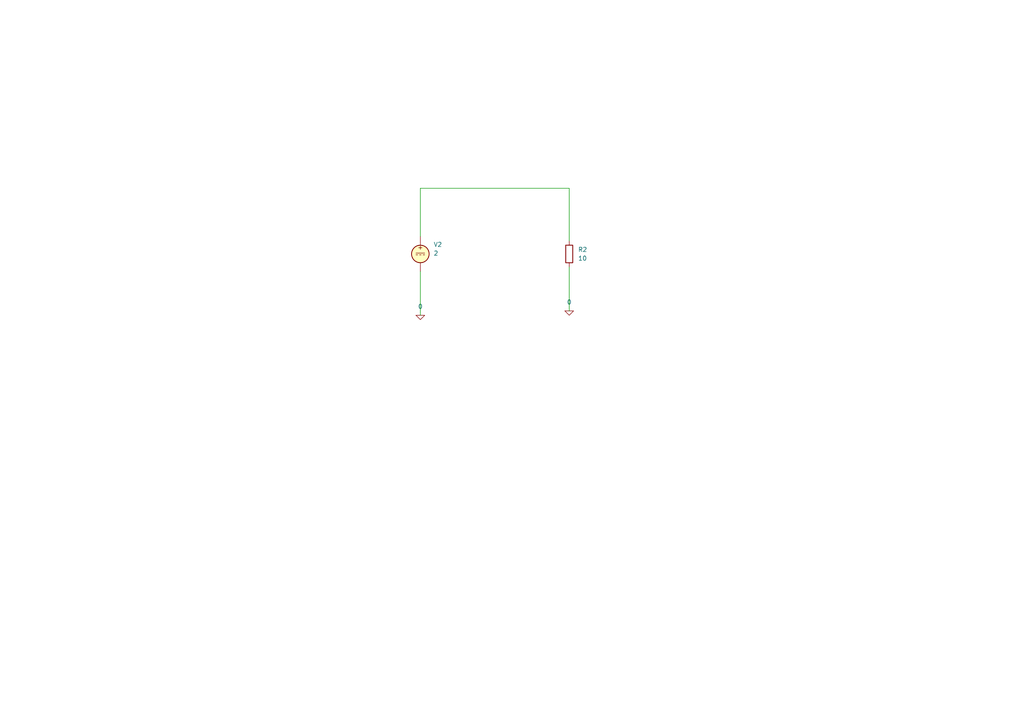
<source format=kicad_sch>
(kicad_sch (version 20211123) (generator eeschema)
  (paper "A4")
  (lib_symbols
    (symbol "Device:R" (pin_numbers hide) (pin_names (offset 0))
      (property "Reference" "R" (at 2.032 0 90))
      (property "Value" "R" (at 0 0 90))
      (symbol "R_0_1"
        (rectangle (start -1.016 -2.54) (end 1.016 2.54) (stroke (width 0.254)))
      )
      (symbol "R_1_1"
        (pin passive line (at 0 3.81 270) (length 1.27) (name "~") (number "1"))
        (pin passive line (at 0 -3.81 90) (length 1.27) (name "~") (number "2"))
      )
    )
    (symbol "Simulation_SPICE:VDC" (pin_numbers hide) (pin_names (offset 0.0254))
      (property "Reference" "V" (at 2.54 2.54 0))
      (property "Value" "VDC" (at 2.54 0 0))
      (property "Spice_Model" "dc(1)" (at 2.54 -2.54 0))
      (symbol "VDC_0_0"
        (polyline (pts (xy -1.27 0.254) (xy 1.27 0.254)))
        (polyline (pts (xy -0.762 -0.254) (xy -1.27 -0.254)))
        (polyline (pts (xy 0.254 -0.254) (xy -0.254 -0.254)))
        (polyline (pts (xy 1.27 -0.254) (xy 0.762 -0.254)))
        (text "+" (at 0 1.905 0) (effects (font (size 1.27 1.27))))
      )
      (symbol "VDC_0_1"
        (circle (center 0 0) (radius 2.54) (stroke (width 0.254)) (fill (type background)))
      )
      (symbol "VDC_1_1"
        (pin passive line (at 0 5.08 270) (length 2.54) (name "~") (number "1"))
        (pin passive line (at 0 -5.08 90) (length 2.54) (name "~") (number "2"))
      )
    )
    (symbol "pspice:0" (power) (pin_names (offset 0))
      (property "Value" "0" (at 0 -1.778 0))
      (symbol "0_0_1"
        (polyline (pts (xy -1.27 0) (xy 0 -1.27) (xy 1.27 0) (xy -1.27 0)))
      )
      (symbol "0_1_1"
        (pin power_in line (at 0 0 0) (length 0) hide (name "0") (number "1"))
      )
    )
  )
  (wire (pts (xy 165.1 54.61) (xy 165.1 69.85)))
  (wire (pts (xy 121.92 54.61) (xy 165.1 54.61)))
  (wire (pts (xy 121.92 54.61) (xy 121.92 68.58)))
  (wire (pts (xy 165.1 77.47) (xy 165.1 90.17)))
  (wire (pts (xy 121.92 78.74) (xy 121.92 91.44)))
  (symbol (lib_id "pspice:0") (at 121.92 91.44 0) (unit 1)
    (property "Reference" "#GND?" (effects hide))
    (property "Value" "0" (at 121.92 88.9 0))
  )
  (symbol (lib_id "Simulation_SPICE:VDC") (at 121.92 73.66 0) (unit 1)
    (property "Reference" "V2" (at 125.73 70.9301 0) (effects (justify left)))
    (property "Value" "VDC" (at 125.73 73.4701 0) (effects (justify left)))
    (property "Spice_Netlist_Enabled" "Y" (effects hide))
    (property "Spice_Primitive" "V" (effects hide))
    (property "Spice_Model" "dc(2)" (at 125.73 76.0101 0) (effects (justify left)))
  )
  (symbol (lib_id "Device:R") (at 165.1 73.66 0) (unit 1)
    (property "Reference" "R2" (at 167.64 72.3899 0) (effects (justify left)))
    (property "Value" "10" (at 167.64 74.9299 0) (effects (justify left)))
  )
  (symbol (lib_id "pspice:0") (at 165.1 90.17 0) (unit 1)
    (property "Reference" "#GND?" (effects hide))
    (property "Value" "0" (at 165.1 87.63 0))
  )
)
</source>
